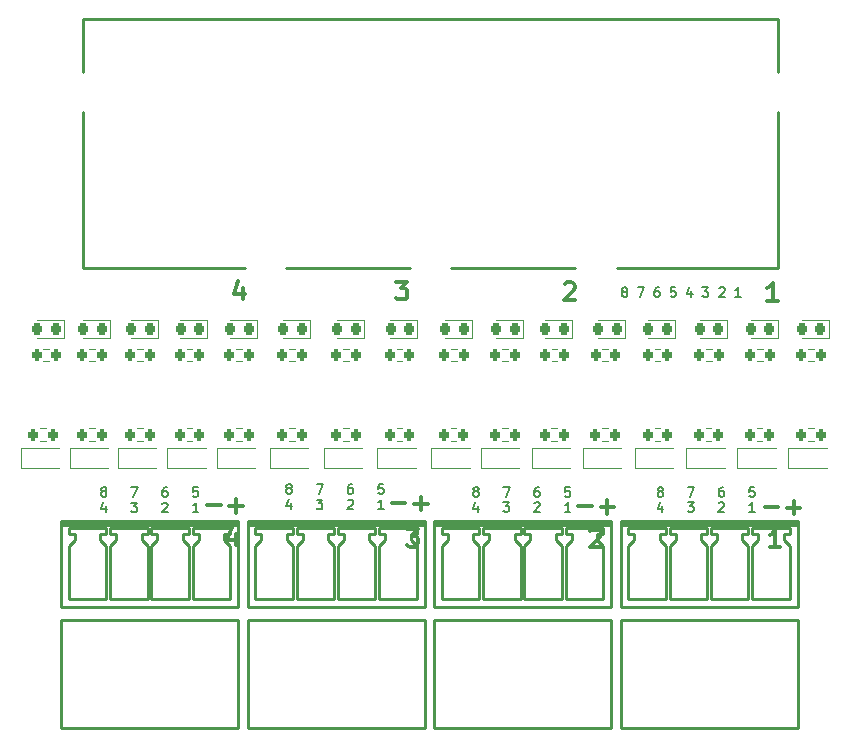
<source format=gbr>
%TF.GenerationSoftware,KiCad,Pcbnew,(6.0.9)*%
%TF.CreationDate,2024-02-02T01:57:23+05:30*%
%TF.ProjectId,RJ45-To-Terminal,524a3435-2d54-46f2-9d54-65726d696e61,2*%
%TF.SameCoordinates,Original*%
%TF.FileFunction,Legend,Top*%
%TF.FilePolarity,Positive*%
%FSLAX46Y46*%
G04 Gerber Fmt 4.6, Leading zero omitted, Abs format (unit mm)*
G04 Created by KiCad (PCBNEW (6.0.9)) date 2024-02-02 01:57:23*
%MOMM*%
%LPD*%
G01*
G04 APERTURE LIST*
G04 Aperture macros list*
%AMRoundRect*
0 Rectangle with rounded corners*
0 $1 Rounding radius*
0 $2 $3 $4 $5 $6 $7 $8 $9 X,Y pos of 4 corners*
0 Add a 4 corners polygon primitive as box body*
4,1,4,$2,$3,$4,$5,$6,$7,$8,$9,$2,$3,0*
0 Add four circle primitives for the rounded corners*
1,1,$1+$1,$2,$3*
1,1,$1+$1,$4,$5*
1,1,$1+$1,$6,$7*
1,1,$1+$1,$8,$9*
0 Add four rect primitives between the rounded corners*
20,1,$1+$1,$2,$3,$4,$5,0*
20,1,$1+$1,$4,$5,$6,$7,0*
20,1,$1+$1,$6,$7,$8,$9,0*
20,1,$1+$1,$8,$9,$2,$3,0*%
G04 Aperture macros list end*
%ADD10C,0.300000*%
%ADD11C,0.200000*%
%ADD12C,0.254000*%
%ADD13C,0.120000*%
%ADD14C,2.200000*%
%ADD15C,2.000000*%
%ADD16RoundRect,0.218750X0.218750X0.256250X-0.218750X0.256250X-0.218750X-0.256250X0.218750X-0.256250X0*%
%ADD17RoundRect,0.200000X-0.200000X-0.275000X0.200000X-0.275000X0.200000X0.275000X-0.200000X0.275000X0*%
%ADD18R,2.000000X1.100000*%
%ADD19R,0.800000X0.800000*%
%ADD20C,3.250000*%
%ADD21C,1.500000*%
%ADD22C,2.600000*%
G04 APERTURE END LIST*
D10*
X110838571Y-83457142D02*
X111981428Y-83457142D01*
X112728571Y-83517142D02*
X113871428Y-83517142D01*
X113300000Y-84088571D02*
X113300000Y-82945714D01*
X126478571Y-83247142D02*
X127621428Y-83247142D01*
X128368571Y-83307142D02*
X129511428Y-83307142D01*
X128940000Y-83878571D02*
X128940000Y-82735714D01*
X142258571Y-83517142D02*
X143401428Y-83517142D01*
X144148571Y-83577142D02*
X145291428Y-83577142D01*
X144720000Y-84148571D02*
X144720000Y-83005714D01*
X127785200Y-85452171D02*
X128713771Y-85452171D01*
X128213771Y-86023600D01*
X128428057Y-86023600D01*
X128570914Y-86095028D01*
X128642342Y-86166457D01*
X128713771Y-86309314D01*
X128713771Y-86666457D01*
X128642342Y-86809314D01*
X128570914Y-86880742D01*
X128428057Y-86952171D01*
X127999485Y-86952171D01*
X127856628Y-86880742D01*
X127785200Y-86809314D01*
X113838914Y-65022571D02*
X113838914Y-66022571D01*
X113481771Y-64451142D02*
X113124628Y-65522571D01*
X114053200Y-65522571D01*
D11*
X146116609Y-65350361D02*
X146040419Y-65312266D01*
X146002323Y-65274171D01*
X145964228Y-65197980D01*
X145964228Y-65159885D01*
X146002323Y-65083695D01*
X146040419Y-65045600D01*
X146116609Y-65007504D01*
X146268990Y-65007504D01*
X146345180Y-65045600D01*
X146383276Y-65083695D01*
X146421371Y-65159885D01*
X146421371Y-65197980D01*
X146383276Y-65274171D01*
X146345180Y-65312266D01*
X146268990Y-65350361D01*
X146116609Y-65350361D01*
X146040419Y-65388457D01*
X146002323Y-65426552D01*
X145964228Y-65502742D01*
X145964228Y-65655123D01*
X146002323Y-65731314D01*
X146040419Y-65769409D01*
X146116609Y-65807504D01*
X146268990Y-65807504D01*
X146345180Y-65769409D01*
X146383276Y-65731314D01*
X146421371Y-65655123D01*
X146421371Y-65502742D01*
X146383276Y-65426552D01*
X146345180Y-65388457D01*
X146268990Y-65350361D01*
X147297561Y-65007504D02*
X147830895Y-65007504D01*
X147488038Y-65807504D01*
X149088038Y-65007504D02*
X148935657Y-65007504D01*
X148859466Y-65045600D01*
X148821371Y-65083695D01*
X148745180Y-65197980D01*
X148707085Y-65350361D01*
X148707085Y-65655123D01*
X148745180Y-65731314D01*
X148783276Y-65769409D01*
X148859466Y-65807504D01*
X149011847Y-65807504D01*
X149088038Y-65769409D01*
X149126133Y-65731314D01*
X149164228Y-65655123D01*
X149164228Y-65464647D01*
X149126133Y-65388457D01*
X149088038Y-65350361D01*
X149011847Y-65312266D01*
X148859466Y-65312266D01*
X148783276Y-65350361D01*
X148745180Y-65388457D01*
X148707085Y-65464647D01*
X150497561Y-65007504D02*
X150116609Y-65007504D01*
X150078514Y-65388457D01*
X150116609Y-65350361D01*
X150192800Y-65312266D01*
X150383276Y-65312266D01*
X150459466Y-65350361D01*
X150497561Y-65388457D01*
X150535657Y-65464647D01*
X150535657Y-65655123D01*
X150497561Y-65731314D01*
X150459466Y-65769409D01*
X150383276Y-65807504D01*
X150192800Y-65807504D01*
X150116609Y-65769409D01*
X150078514Y-65731314D01*
X151830895Y-65274171D02*
X151830895Y-65807504D01*
X151640419Y-64969409D02*
X151449942Y-65540838D01*
X151945180Y-65540838D01*
X152783276Y-65007504D02*
X153278514Y-65007504D01*
X153011847Y-65312266D01*
X153126133Y-65312266D01*
X153202323Y-65350361D01*
X153240419Y-65388457D01*
X153278514Y-65464647D01*
X153278514Y-65655123D01*
X153240419Y-65731314D01*
X153202323Y-65769409D01*
X153126133Y-65807504D01*
X152897561Y-65807504D01*
X152821371Y-65769409D01*
X152783276Y-65731314D01*
X154192800Y-65083695D02*
X154230895Y-65045600D01*
X154307085Y-65007504D01*
X154497561Y-65007504D01*
X154573752Y-65045600D01*
X154611847Y-65083695D01*
X154649942Y-65159885D01*
X154649942Y-65236076D01*
X154611847Y-65350361D01*
X154154704Y-65807504D01*
X154649942Y-65807504D01*
X156021371Y-65807504D02*
X155564228Y-65807504D01*
X155792800Y-65807504D02*
X155792800Y-65007504D01*
X155716609Y-65121790D01*
X155640419Y-65197980D01*
X155564228Y-65236076D01*
D10*
X141115428Y-64716228D02*
X141186857Y-64644800D01*
X141329714Y-64573371D01*
X141686857Y-64573371D01*
X141829714Y-64644800D01*
X141901142Y-64716228D01*
X141972571Y-64859085D01*
X141972571Y-65001942D01*
X141901142Y-65216228D01*
X141044000Y-66073371D01*
X141972571Y-66073371D01*
D11*
X117708095Y-82020761D02*
X117631904Y-81982666D01*
X117593809Y-81944571D01*
X117555714Y-81868380D01*
X117555714Y-81830285D01*
X117593809Y-81754095D01*
X117631904Y-81716000D01*
X117708095Y-81677904D01*
X117860476Y-81677904D01*
X117936666Y-81716000D01*
X117974761Y-81754095D01*
X118012857Y-81830285D01*
X118012857Y-81868380D01*
X117974761Y-81944571D01*
X117936666Y-81982666D01*
X117860476Y-82020761D01*
X117708095Y-82020761D01*
X117631904Y-82058857D01*
X117593809Y-82096952D01*
X117555714Y-82173142D01*
X117555714Y-82325523D01*
X117593809Y-82401714D01*
X117631904Y-82439809D01*
X117708095Y-82477904D01*
X117860476Y-82477904D01*
X117936666Y-82439809D01*
X117974761Y-82401714D01*
X118012857Y-82325523D01*
X118012857Y-82173142D01*
X117974761Y-82096952D01*
X117936666Y-82058857D01*
X117860476Y-82020761D01*
X120108095Y-81677904D02*
X120641428Y-81677904D01*
X120298571Y-82477904D01*
X123117619Y-81677904D02*
X122965238Y-81677904D01*
X122889047Y-81716000D01*
X122850952Y-81754095D01*
X122774761Y-81868380D01*
X122736666Y-82020761D01*
X122736666Y-82325523D01*
X122774761Y-82401714D01*
X122812857Y-82439809D01*
X122889047Y-82477904D01*
X123041428Y-82477904D01*
X123117619Y-82439809D01*
X123155714Y-82401714D01*
X123193809Y-82325523D01*
X123193809Y-82135047D01*
X123155714Y-82058857D01*
X123117619Y-82020761D01*
X123041428Y-81982666D01*
X122889047Y-81982666D01*
X122812857Y-82020761D01*
X122774761Y-82058857D01*
X122736666Y-82135047D01*
X125746190Y-81677904D02*
X125365238Y-81677904D01*
X125327142Y-82058857D01*
X125365238Y-82020761D01*
X125441428Y-81982666D01*
X125631904Y-81982666D01*
X125708095Y-82020761D01*
X125746190Y-82058857D01*
X125784285Y-82135047D01*
X125784285Y-82325523D01*
X125746190Y-82401714D01*
X125708095Y-82439809D01*
X125631904Y-82477904D01*
X125441428Y-82477904D01*
X125365238Y-82439809D01*
X125327142Y-82401714D01*
X117936666Y-83232571D02*
X117936666Y-83765904D01*
X117746190Y-82927809D02*
X117555714Y-83499238D01*
X118050952Y-83499238D01*
X120108095Y-82965904D02*
X120603333Y-82965904D01*
X120336666Y-83270666D01*
X120450952Y-83270666D01*
X120527142Y-83308761D01*
X120565238Y-83346857D01*
X120603333Y-83423047D01*
X120603333Y-83613523D01*
X120565238Y-83689714D01*
X120527142Y-83727809D01*
X120450952Y-83765904D01*
X120222380Y-83765904D01*
X120146190Y-83727809D01*
X120108095Y-83689714D01*
X122736666Y-83042095D02*
X122774761Y-83004000D01*
X122850952Y-82965904D01*
X123041428Y-82965904D01*
X123117619Y-83004000D01*
X123155714Y-83042095D01*
X123193809Y-83118285D01*
X123193809Y-83194476D01*
X123155714Y-83308761D01*
X122698571Y-83765904D01*
X123193809Y-83765904D01*
X125784285Y-83765904D02*
X125327142Y-83765904D01*
X125555714Y-83765904D02*
X125555714Y-82965904D01*
X125479523Y-83080190D01*
X125403333Y-83156380D01*
X125327142Y-83194476D01*
X149139095Y-82257761D02*
X149062904Y-82219666D01*
X149024809Y-82181571D01*
X148986714Y-82105380D01*
X148986714Y-82067285D01*
X149024809Y-81991095D01*
X149062904Y-81953000D01*
X149139095Y-81914904D01*
X149291476Y-81914904D01*
X149367666Y-81953000D01*
X149405761Y-81991095D01*
X149443857Y-82067285D01*
X149443857Y-82105380D01*
X149405761Y-82181571D01*
X149367666Y-82219666D01*
X149291476Y-82257761D01*
X149139095Y-82257761D01*
X149062904Y-82295857D01*
X149024809Y-82333952D01*
X148986714Y-82410142D01*
X148986714Y-82562523D01*
X149024809Y-82638714D01*
X149062904Y-82676809D01*
X149139095Y-82714904D01*
X149291476Y-82714904D01*
X149367666Y-82676809D01*
X149405761Y-82638714D01*
X149443857Y-82562523D01*
X149443857Y-82410142D01*
X149405761Y-82333952D01*
X149367666Y-82295857D01*
X149291476Y-82257761D01*
X151539095Y-81914904D02*
X152072428Y-81914904D01*
X151729571Y-82714904D01*
X154548619Y-81914904D02*
X154396238Y-81914904D01*
X154320047Y-81953000D01*
X154281952Y-81991095D01*
X154205761Y-82105380D01*
X154167666Y-82257761D01*
X154167666Y-82562523D01*
X154205761Y-82638714D01*
X154243857Y-82676809D01*
X154320047Y-82714904D01*
X154472428Y-82714904D01*
X154548619Y-82676809D01*
X154586714Y-82638714D01*
X154624809Y-82562523D01*
X154624809Y-82372047D01*
X154586714Y-82295857D01*
X154548619Y-82257761D01*
X154472428Y-82219666D01*
X154320047Y-82219666D01*
X154243857Y-82257761D01*
X154205761Y-82295857D01*
X154167666Y-82372047D01*
X157177190Y-81914904D02*
X156796238Y-81914904D01*
X156758142Y-82295857D01*
X156796238Y-82257761D01*
X156872428Y-82219666D01*
X157062904Y-82219666D01*
X157139095Y-82257761D01*
X157177190Y-82295857D01*
X157215285Y-82372047D01*
X157215285Y-82562523D01*
X157177190Y-82638714D01*
X157139095Y-82676809D01*
X157062904Y-82714904D01*
X156872428Y-82714904D01*
X156796238Y-82676809D01*
X156758142Y-82638714D01*
X149367666Y-83469571D02*
X149367666Y-84002904D01*
X149177190Y-83164809D02*
X148986714Y-83736238D01*
X149481952Y-83736238D01*
X151539095Y-83202904D02*
X152034333Y-83202904D01*
X151767666Y-83507666D01*
X151881952Y-83507666D01*
X151958142Y-83545761D01*
X151996238Y-83583857D01*
X152034333Y-83660047D01*
X152034333Y-83850523D01*
X151996238Y-83926714D01*
X151958142Y-83964809D01*
X151881952Y-84002904D01*
X151653380Y-84002904D01*
X151577190Y-83964809D01*
X151539095Y-83926714D01*
X154167666Y-83279095D02*
X154205761Y-83241000D01*
X154281952Y-83202904D01*
X154472428Y-83202904D01*
X154548619Y-83241000D01*
X154586714Y-83279095D01*
X154624809Y-83355285D01*
X154624809Y-83431476D01*
X154586714Y-83545761D01*
X154129571Y-84002904D01*
X154624809Y-84002904D01*
X157215285Y-84002904D02*
X156758142Y-84002904D01*
X156986714Y-84002904D02*
X156986714Y-83202904D01*
X156910523Y-83317190D01*
X156834333Y-83393380D01*
X156758142Y-83431476D01*
X102018095Y-82280761D02*
X101941904Y-82242666D01*
X101903809Y-82204571D01*
X101865714Y-82128380D01*
X101865714Y-82090285D01*
X101903809Y-82014095D01*
X101941904Y-81976000D01*
X102018095Y-81937904D01*
X102170476Y-81937904D01*
X102246666Y-81976000D01*
X102284761Y-82014095D01*
X102322857Y-82090285D01*
X102322857Y-82128380D01*
X102284761Y-82204571D01*
X102246666Y-82242666D01*
X102170476Y-82280761D01*
X102018095Y-82280761D01*
X101941904Y-82318857D01*
X101903809Y-82356952D01*
X101865714Y-82433142D01*
X101865714Y-82585523D01*
X101903809Y-82661714D01*
X101941904Y-82699809D01*
X102018095Y-82737904D01*
X102170476Y-82737904D01*
X102246666Y-82699809D01*
X102284761Y-82661714D01*
X102322857Y-82585523D01*
X102322857Y-82433142D01*
X102284761Y-82356952D01*
X102246666Y-82318857D01*
X102170476Y-82280761D01*
X104418095Y-81937904D02*
X104951428Y-81937904D01*
X104608571Y-82737904D01*
X107427619Y-81937904D02*
X107275238Y-81937904D01*
X107199047Y-81976000D01*
X107160952Y-82014095D01*
X107084761Y-82128380D01*
X107046666Y-82280761D01*
X107046666Y-82585523D01*
X107084761Y-82661714D01*
X107122857Y-82699809D01*
X107199047Y-82737904D01*
X107351428Y-82737904D01*
X107427619Y-82699809D01*
X107465714Y-82661714D01*
X107503809Y-82585523D01*
X107503809Y-82395047D01*
X107465714Y-82318857D01*
X107427619Y-82280761D01*
X107351428Y-82242666D01*
X107199047Y-82242666D01*
X107122857Y-82280761D01*
X107084761Y-82318857D01*
X107046666Y-82395047D01*
X110056190Y-81937904D02*
X109675238Y-81937904D01*
X109637142Y-82318857D01*
X109675238Y-82280761D01*
X109751428Y-82242666D01*
X109941904Y-82242666D01*
X110018095Y-82280761D01*
X110056190Y-82318857D01*
X110094285Y-82395047D01*
X110094285Y-82585523D01*
X110056190Y-82661714D01*
X110018095Y-82699809D01*
X109941904Y-82737904D01*
X109751428Y-82737904D01*
X109675238Y-82699809D01*
X109637142Y-82661714D01*
X102246666Y-83492571D02*
X102246666Y-84025904D01*
X102056190Y-83187809D02*
X101865714Y-83759238D01*
X102360952Y-83759238D01*
X104418095Y-83225904D02*
X104913333Y-83225904D01*
X104646666Y-83530666D01*
X104760952Y-83530666D01*
X104837142Y-83568761D01*
X104875238Y-83606857D01*
X104913333Y-83683047D01*
X104913333Y-83873523D01*
X104875238Y-83949714D01*
X104837142Y-83987809D01*
X104760952Y-84025904D01*
X104532380Y-84025904D01*
X104456190Y-83987809D01*
X104418095Y-83949714D01*
X107046666Y-83302095D02*
X107084761Y-83264000D01*
X107160952Y-83225904D01*
X107351428Y-83225904D01*
X107427619Y-83264000D01*
X107465714Y-83302095D01*
X107503809Y-83378285D01*
X107503809Y-83454476D01*
X107465714Y-83568761D01*
X107008571Y-84025904D01*
X107503809Y-84025904D01*
X110094285Y-84025904D02*
X109637142Y-84025904D01*
X109865714Y-84025904D02*
X109865714Y-83225904D01*
X109789523Y-83340190D01*
X109713333Y-83416380D01*
X109637142Y-83454476D01*
D10*
X159928571Y-83637142D02*
X161071428Y-83637142D01*
X160500000Y-84208571D02*
X160500000Y-83065714D01*
X159346171Y-87002971D02*
X158489028Y-87002971D01*
X158917600Y-87002971D02*
X158917600Y-85502971D01*
X158774742Y-85717257D01*
X158631885Y-85860114D01*
X158489028Y-85931542D01*
X158038571Y-83577142D02*
X159181428Y-83577142D01*
X159142971Y-66124171D02*
X158285828Y-66124171D01*
X158714400Y-66124171D02*
X158714400Y-64624171D01*
X158571542Y-64838457D01*
X158428685Y-64981314D01*
X158285828Y-65052742D01*
D11*
X133518095Y-82257761D02*
X133441904Y-82219666D01*
X133403809Y-82181571D01*
X133365714Y-82105380D01*
X133365714Y-82067285D01*
X133403809Y-81991095D01*
X133441904Y-81953000D01*
X133518095Y-81914904D01*
X133670476Y-81914904D01*
X133746666Y-81953000D01*
X133784761Y-81991095D01*
X133822857Y-82067285D01*
X133822857Y-82105380D01*
X133784761Y-82181571D01*
X133746666Y-82219666D01*
X133670476Y-82257761D01*
X133518095Y-82257761D01*
X133441904Y-82295857D01*
X133403809Y-82333952D01*
X133365714Y-82410142D01*
X133365714Y-82562523D01*
X133403809Y-82638714D01*
X133441904Y-82676809D01*
X133518095Y-82714904D01*
X133670476Y-82714904D01*
X133746666Y-82676809D01*
X133784761Y-82638714D01*
X133822857Y-82562523D01*
X133822857Y-82410142D01*
X133784761Y-82333952D01*
X133746666Y-82295857D01*
X133670476Y-82257761D01*
X135918095Y-81914904D02*
X136451428Y-81914904D01*
X136108571Y-82714904D01*
X138927619Y-81914904D02*
X138775238Y-81914904D01*
X138699047Y-81953000D01*
X138660952Y-81991095D01*
X138584761Y-82105380D01*
X138546666Y-82257761D01*
X138546666Y-82562523D01*
X138584761Y-82638714D01*
X138622857Y-82676809D01*
X138699047Y-82714904D01*
X138851428Y-82714904D01*
X138927619Y-82676809D01*
X138965714Y-82638714D01*
X139003809Y-82562523D01*
X139003809Y-82372047D01*
X138965714Y-82295857D01*
X138927619Y-82257761D01*
X138851428Y-82219666D01*
X138699047Y-82219666D01*
X138622857Y-82257761D01*
X138584761Y-82295857D01*
X138546666Y-82372047D01*
X141556190Y-81914904D02*
X141175238Y-81914904D01*
X141137142Y-82295857D01*
X141175238Y-82257761D01*
X141251428Y-82219666D01*
X141441904Y-82219666D01*
X141518095Y-82257761D01*
X141556190Y-82295857D01*
X141594285Y-82372047D01*
X141594285Y-82562523D01*
X141556190Y-82638714D01*
X141518095Y-82676809D01*
X141441904Y-82714904D01*
X141251428Y-82714904D01*
X141175238Y-82676809D01*
X141137142Y-82638714D01*
X133746666Y-83469571D02*
X133746666Y-84002904D01*
X133556190Y-83164809D02*
X133365714Y-83736238D01*
X133860952Y-83736238D01*
X135918095Y-83202904D02*
X136413333Y-83202904D01*
X136146666Y-83507666D01*
X136260952Y-83507666D01*
X136337142Y-83545761D01*
X136375238Y-83583857D01*
X136413333Y-83660047D01*
X136413333Y-83850523D01*
X136375238Y-83926714D01*
X136337142Y-83964809D01*
X136260952Y-84002904D01*
X136032380Y-84002904D01*
X135956190Y-83964809D01*
X135918095Y-83926714D01*
X138546666Y-83279095D02*
X138584761Y-83241000D01*
X138660952Y-83202904D01*
X138851428Y-83202904D01*
X138927619Y-83241000D01*
X138965714Y-83279095D01*
X139003809Y-83355285D01*
X139003809Y-83431476D01*
X138965714Y-83545761D01*
X138508571Y-84002904D01*
X139003809Y-84002904D01*
X141594285Y-84002904D02*
X141137142Y-84002904D01*
X141365714Y-84002904D02*
X141365714Y-83202904D01*
X141289523Y-83317190D01*
X141213333Y-83393380D01*
X141137142Y-83431476D01*
D10*
X126870800Y-64522571D02*
X127799371Y-64522571D01*
X127299371Y-65094000D01*
X127513657Y-65094000D01*
X127656514Y-65165428D01*
X127727942Y-65236857D01*
X127799371Y-65379714D01*
X127799371Y-65736857D01*
X127727942Y-65879714D01*
X127656514Y-65951142D01*
X127513657Y-66022571D01*
X127085085Y-66022571D01*
X126942228Y-65951142D01*
X126870800Y-65879714D01*
X113280114Y-85850571D02*
X113280114Y-86850571D01*
X112922971Y-85279142D02*
X112565828Y-86350571D01*
X113494400Y-86350571D01*
X143299828Y-85645828D02*
X143371257Y-85574400D01*
X143514114Y-85502971D01*
X143871257Y-85502971D01*
X144014114Y-85574400D01*
X144085542Y-85645828D01*
X144156971Y-85788685D01*
X144156971Y-85931542D01*
X144085542Y-86145828D01*
X143228400Y-87002971D01*
X144156971Y-87002971D01*
D12*
%TO.C,J18*%
X160172000Y-85410000D02*
X160172000Y-85918000D01*
X156672000Y-86934000D02*
X156672000Y-91379000D01*
X153172000Y-86934000D02*
X153172000Y-91379000D01*
X156997000Y-85410000D02*
X160172000Y-85410000D01*
X157505000Y-86426000D02*
X157505000Y-85918000D01*
X146497000Y-86934000D02*
X147005000Y-86426000D01*
X146497000Y-91379000D02*
X146497000Y-86934000D01*
X149164000Y-85918000D02*
X149164000Y-86426000D01*
X149672000Y-91379000D02*
X146497000Y-91379000D01*
X153497000Y-91379000D02*
X153497000Y-86934000D01*
X147005000Y-86426000D02*
X147005000Y-85918000D01*
X149997000Y-85410000D02*
X149997000Y-85410000D01*
X160855000Y-85075000D02*
X145855000Y-85075000D01*
X149997000Y-91379000D02*
X149997000Y-86934000D01*
X146497000Y-85918000D02*
X146497000Y-85664000D01*
X149672000Y-85918000D02*
X149164000Y-85918000D01*
X153172000Y-85918000D02*
X152664000Y-85918000D01*
X156997000Y-85664000D02*
X156997000Y-85410000D01*
X147005000Y-85918000D02*
X146497000Y-85918000D01*
X160172000Y-85918000D02*
X159664000Y-85918000D01*
X156997000Y-86934000D02*
X157505000Y-86426000D01*
X150505000Y-86426000D02*
X150505000Y-85918000D01*
X160855000Y-84775000D02*
X160855000Y-85075000D01*
X145855000Y-92093000D02*
X145855000Y-85093000D01*
X146497000Y-85664000D02*
X146497000Y-85410000D01*
X160172000Y-91379000D02*
X156997000Y-91379000D01*
X153497000Y-85918000D02*
X153497000Y-85664000D01*
X153172000Y-85410000D02*
X153172000Y-85918000D01*
X156672000Y-85918000D02*
X156164000Y-85918000D01*
X160855000Y-85093000D02*
X160855000Y-92093000D01*
X146497000Y-85410000D02*
X149672000Y-85410000D01*
X149672000Y-85410000D02*
X149672000Y-85918000D01*
X153497000Y-85410000D02*
X156672000Y-85410000D01*
X156164000Y-86426000D02*
X156672000Y-86934000D01*
X156672000Y-91379000D02*
X153497000Y-91379000D01*
X159664000Y-86426000D02*
X160172000Y-86934000D01*
X159664000Y-85918000D02*
X159664000Y-86426000D01*
X157505000Y-85918000D02*
X156997000Y-85918000D01*
X149997000Y-86934000D02*
X150505000Y-86426000D01*
X156997000Y-85918000D02*
X156997000Y-85664000D01*
X156672000Y-85410000D02*
X156672000Y-85918000D01*
X156164000Y-85918000D02*
X156164000Y-86426000D01*
X145855000Y-85075000D02*
X145855000Y-84775000D01*
X153497000Y-85410000D02*
X153497000Y-85410000D01*
X149164000Y-86426000D02*
X149672000Y-86934000D01*
X152664000Y-85918000D02*
X152664000Y-86426000D01*
X145855000Y-84775000D02*
X160855000Y-84775000D01*
X152664000Y-86426000D02*
X153172000Y-86934000D01*
X156997000Y-85410000D02*
X156997000Y-85410000D01*
X145855000Y-85093000D02*
X160855000Y-85093000D01*
X149997000Y-85918000D02*
X149997000Y-85664000D01*
X153497000Y-86934000D02*
X154005000Y-86426000D01*
X154005000Y-85918000D02*
X153497000Y-85918000D01*
X149997000Y-85410000D02*
X153172000Y-85410000D01*
X146497000Y-85410000D02*
X146497000Y-85410000D01*
X150505000Y-85918000D02*
X149997000Y-85918000D01*
X153172000Y-91379000D02*
X149997000Y-91379000D01*
X160855000Y-92093000D02*
X145855000Y-92093000D01*
X154005000Y-86426000D02*
X154005000Y-85918000D01*
X160172000Y-86934000D02*
X160172000Y-91379000D01*
X156997000Y-91379000D02*
X156997000Y-86934000D01*
X149997000Y-85664000D02*
X149997000Y-85410000D01*
X153497000Y-85664000D02*
X153497000Y-85410000D01*
X149672000Y-86934000D02*
X149672000Y-91379000D01*
%TO.C,J19*%
X145855000Y-93179000D02*
X145855000Y-102279000D01*
X145855000Y-102279000D02*
X160855000Y-102279000D01*
X145855000Y-93179000D02*
X160855000Y-93179000D01*
X160855000Y-93179000D02*
X160855000Y-102279000D01*
%TO.C,J17*%
X130064666Y-93179000D02*
X130064666Y-102279000D01*
X130064666Y-102279000D02*
X145064666Y-102279000D01*
X130064666Y-93179000D02*
X145064666Y-93179000D01*
X145064666Y-93179000D02*
X145064666Y-102279000D01*
%TO.C,J16*%
X144381666Y-85410000D02*
X144381666Y-85918000D01*
X140881666Y-86934000D02*
X140881666Y-91379000D01*
X137381666Y-86934000D02*
X137381666Y-91379000D01*
X141206666Y-85410000D02*
X144381666Y-85410000D01*
X141714666Y-86426000D02*
X141714666Y-85918000D01*
X130706666Y-86934000D02*
X131214666Y-86426000D01*
X130706666Y-91379000D02*
X130706666Y-86934000D01*
X133373666Y-85918000D02*
X133373666Y-86426000D01*
X133881666Y-91379000D02*
X130706666Y-91379000D01*
X137706666Y-91379000D02*
X137706666Y-86934000D01*
X131214666Y-86426000D02*
X131214666Y-85918000D01*
X134206666Y-85410000D02*
X134206666Y-85410000D01*
X145064666Y-85075000D02*
X130064666Y-85075000D01*
X134206666Y-91379000D02*
X134206666Y-86934000D01*
X130706666Y-85918000D02*
X130706666Y-85664000D01*
X133881666Y-85918000D02*
X133373666Y-85918000D01*
X137381666Y-85918000D02*
X136873666Y-85918000D01*
X141206666Y-85664000D02*
X141206666Y-85410000D01*
X131214666Y-85918000D02*
X130706666Y-85918000D01*
X144381666Y-85918000D02*
X143873666Y-85918000D01*
X141206666Y-86934000D02*
X141714666Y-86426000D01*
X134714666Y-86426000D02*
X134714666Y-85918000D01*
X145064666Y-84775000D02*
X145064666Y-85075000D01*
X130064666Y-92093000D02*
X130064666Y-85093000D01*
X130706666Y-85664000D02*
X130706666Y-85410000D01*
X144381666Y-91379000D02*
X141206666Y-91379000D01*
X137706666Y-85918000D02*
X137706666Y-85664000D01*
X137381666Y-85410000D02*
X137381666Y-85918000D01*
X140881666Y-85918000D02*
X140373666Y-85918000D01*
X145064666Y-85093000D02*
X145064666Y-92093000D01*
X130706666Y-85410000D02*
X133881666Y-85410000D01*
X133881666Y-85410000D02*
X133881666Y-85918000D01*
X137706666Y-85410000D02*
X140881666Y-85410000D01*
X140373666Y-86426000D02*
X140881666Y-86934000D01*
X140881666Y-91379000D02*
X137706666Y-91379000D01*
X143873666Y-86426000D02*
X144381666Y-86934000D01*
X143873666Y-85918000D02*
X143873666Y-86426000D01*
X141714666Y-85918000D02*
X141206666Y-85918000D01*
X134206666Y-86934000D02*
X134714666Y-86426000D01*
X141206666Y-85918000D02*
X141206666Y-85664000D01*
X140881666Y-85410000D02*
X140881666Y-85918000D01*
X140373666Y-85918000D02*
X140373666Y-86426000D01*
X130064666Y-85075000D02*
X130064666Y-84775000D01*
X137706666Y-85410000D02*
X137706666Y-85410000D01*
X133373666Y-86426000D02*
X133881666Y-86934000D01*
X136873666Y-85918000D02*
X136873666Y-86426000D01*
X130064666Y-84775000D02*
X145064666Y-84775000D01*
X136873666Y-86426000D02*
X137381666Y-86934000D01*
X141206666Y-85410000D02*
X141206666Y-85410000D01*
X130064666Y-85093000D02*
X145064666Y-85093000D01*
X134206666Y-85918000D02*
X134206666Y-85664000D01*
X137706666Y-86934000D02*
X138214666Y-86426000D01*
X138214666Y-85918000D02*
X137706666Y-85918000D01*
X134206666Y-85410000D02*
X137381666Y-85410000D01*
X130706666Y-85410000D02*
X130706666Y-85410000D01*
X134714666Y-85918000D02*
X134206666Y-85918000D01*
X137381666Y-91379000D02*
X134206666Y-91379000D01*
X145064666Y-92093000D02*
X130064666Y-92093000D01*
X138214666Y-86426000D02*
X138214666Y-85918000D01*
X144381666Y-86934000D02*
X144381666Y-91379000D01*
X141206666Y-91379000D02*
X141206666Y-86934000D01*
X134206666Y-85664000D02*
X134206666Y-85410000D01*
X137706666Y-85664000D02*
X137706666Y-85410000D01*
X133881666Y-86934000D02*
X133881666Y-91379000D01*
%TO.C,J14*%
X114274333Y-93179000D02*
X114274333Y-102279000D01*
X114274333Y-102279000D02*
X129274333Y-102279000D01*
X114274333Y-93179000D02*
X129274333Y-93179000D01*
X129274333Y-93179000D02*
X129274333Y-102279000D01*
%TO.C,J13*%
X118091333Y-86934000D02*
X118091333Y-91379000D01*
X121916333Y-85664000D02*
X121916333Y-85410000D01*
X118416333Y-85664000D02*
X118416333Y-85410000D01*
X125416333Y-91379000D02*
X125416333Y-86934000D01*
X128591333Y-86934000D02*
X128591333Y-91379000D01*
X122424333Y-86426000D02*
X122424333Y-85918000D01*
X129274333Y-92093000D02*
X114274333Y-92093000D01*
X121591333Y-91379000D02*
X118416333Y-91379000D01*
X118924333Y-85918000D02*
X118416333Y-85918000D01*
X114916333Y-85410000D02*
X114916333Y-85410000D01*
X118416333Y-85410000D02*
X121591333Y-85410000D01*
X122424333Y-85918000D02*
X121916333Y-85918000D01*
X121916333Y-86934000D02*
X122424333Y-86426000D01*
X118416333Y-85918000D02*
X118416333Y-85664000D01*
X114274333Y-85093000D02*
X129274333Y-85093000D01*
X125416333Y-85410000D02*
X125416333Y-85410000D01*
X121083333Y-86426000D02*
X121591333Y-86934000D01*
X114274333Y-84775000D02*
X129274333Y-84775000D01*
X121083333Y-85918000D02*
X121083333Y-86426000D01*
X117583333Y-86426000D02*
X118091333Y-86934000D01*
X121916333Y-85410000D02*
X121916333Y-85410000D01*
X114274333Y-85075000D02*
X114274333Y-84775000D01*
X124583333Y-85918000D02*
X124583333Y-86426000D01*
X125091333Y-85410000D02*
X125091333Y-85918000D01*
X125416333Y-85918000D02*
X125416333Y-85664000D01*
X118416333Y-86934000D02*
X118924333Y-86426000D01*
X125924333Y-85918000D02*
X125416333Y-85918000D01*
X128083333Y-85918000D02*
X128083333Y-86426000D01*
X128083333Y-86426000D02*
X128591333Y-86934000D01*
X125091333Y-91379000D02*
X121916333Y-91379000D01*
X124583333Y-86426000D02*
X125091333Y-86934000D01*
X121916333Y-85410000D02*
X125091333Y-85410000D01*
X118091333Y-85410000D02*
X118091333Y-85918000D01*
X114916333Y-85410000D02*
X118091333Y-85410000D01*
X129274333Y-85093000D02*
X129274333Y-92093000D01*
X125091333Y-85918000D02*
X124583333Y-85918000D01*
X121591333Y-85410000D02*
X121591333Y-85918000D01*
X121916333Y-85918000D02*
X121916333Y-85664000D01*
X128591333Y-91379000D02*
X125416333Y-91379000D01*
X114916333Y-85664000D02*
X114916333Y-85410000D01*
X114274333Y-92093000D02*
X114274333Y-85093000D01*
X129274333Y-84775000D02*
X129274333Y-85075000D01*
X118924333Y-86426000D02*
X118924333Y-85918000D01*
X125416333Y-86934000D02*
X125924333Y-86426000D01*
X128591333Y-85918000D02*
X128083333Y-85918000D01*
X115424333Y-85918000D02*
X114916333Y-85918000D01*
X125416333Y-85664000D02*
X125416333Y-85410000D01*
X121591333Y-85918000D02*
X121083333Y-85918000D01*
X118091333Y-85918000D02*
X117583333Y-85918000D01*
X114916333Y-85918000D02*
X114916333Y-85664000D01*
X118416333Y-91379000D02*
X118416333Y-86934000D01*
X129274333Y-85075000D02*
X114274333Y-85075000D01*
X118416333Y-85410000D02*
X118416333Y-85410000D01*
X115424333Y-86426000D02*
X115424333Y-85918000D01*
X121916333Y-91379000D02*
X121916333Y-86934000D01*
X118091333Y-91379000D02*
X114916333Y-91379000D01*
X117583333Y-85918000D02*
X117583333Y-86426000D01*
X114916333Y-91379000D02*
X114916333Y-86934000D01*
X114916333Y-86934000D02*
X115424333Y-86426000D01*
X125924333Y-86426000D02*
X125924333Y-85918000D01*
X125416333Y-85410000D02*
X128591333Y-85410000D01*
X121591333Y-86934000D02*
X121591333Y-91379000D01*
X125091333Y-86934000D02*
X125091333Y-91379000D01*
X128591333Y-85410000D02*
X128591333Y-85918000D01*
%TO.C,J12*%
X113484000Y-93179000D02*
X113484000Y-102279000D01*
X98484000Y-93179000D02*
X113484000Y-93179000D01*
X98484000Y-102279000D02*
X113484000Y-102279000D01*
X98484000Y-93179000D02*
X98484000Y-102279000D01*
%TO.C,J11*%
X102301000Y-86934000D02*
X102301000Y-91379000D01*
X106126000Y-85664000D02*
X106126000Y-85410000D01*
X102626000Y-85664000D02*
X102626000Y-85410000D01*
X109626000Y-91379000D02*
X109626000Y-86934000D01*
X112801000Y-86934000D02*
X112801000Y-91379000D01*
X106634000Y-86426000D02*
X106634000Y-85918000D01*
X113484000Y-92093000D02*
X98484000Y-92093000D01*
X105801000Y-91379000D02*
X102626000Y-91379000D01*
X103134000Y-85918000D02*
X102626000Y-85918000D01*
X99126000Y-85410000D02*
X99126000Y-85410000D01*
X102626000Y-85410000D02*
X105801000Y-85410000D01*
X106634000Y-85918000D02*
X106126000Y-85918000D01*
X106126000Y-86934000D02*
X106634000Y-86426000D01*
X102626000Y-85918000D02*
X102626000Y-85664000D01*
X98484000Y-85093000D02*
X113484000Y-85093000D01*
X109626000Y-85410000D02*
X109626000Y-85410000D01*
X105293000Y-86426000D02*
X105801000Y-86934000D01*
X98484000Y-84775000D02*
X113484000Y-84775000D01*
X105293000Y-85918000D02*
X105293000Y-86426000D01*
X101793000Y-86426000D02*
X102301000Y-86934000D01*
X106126000Y-85410000D02*
X106126000Y-85410000D01*
X98484000Y-85075000D02*
X98484000Y-84775000D01*
X108793000Y-85918000D02*
X108793000Y-86426000D01*
X109301000Y-85410000D02*
X109301000Y-85918000D01*
X109626000Y-85918000D02*
X109626000Y-85664000D01*
X102626000Y-86934000D02*
X103134000Y-86426000D01*
X110134000Y-85918000D02*
X109626000Y-85918000D01*
X112293000Y-85918000D02*
X112293000Y-86426000D01*
X112293000Y-86426000D02*
X112801000Y-86934000D01*
X109301000Y-91379000D02*
X106126000Y-91379000D01*
X108793000Y-86426000D02*
X109301000Y-86934000D01*
X106126000Y-85410000D02*
X109301000Y-85410000D01*
X102301000Y-85410000D02*
X102301000Y-85918000D01*
X99126000Y-85410000D02*
X102301000Y-85410000D01*
X113484000Y-85093000D02*
X113484000Y-92093000D01*
X109301000Y-85918000D02*
X108793000Y-85918000D01*
X105801000Y-85410000D02*
X105801000Y-85918000D01*
X106126000Y-85918000D02*
X106126000Y-85664000D01*
X112801000Y-91379000D02*
X109626000Y-91379000D01*
X99126000Y-85664000D02*
X99126000Y-85410000D01*
X98484000Y-92093000D02*
X98484000Y-85093000D01*
X113484000Y-84775000D02*
X113484000Y-85075000D01*
X103134000Y-86426000D02*
X103134000Y-85918000D01*
X109626000Y-86934000D02*
X110134000Y-86426000D01*
X112801000Y-85918000D02*
X112293000Y-85918000D01*
X99634000Y-85918000D02*
X99126000Y-85918000D01*
X109626000Y-85664000D02*
X109626000Y-85410000D01*
X105801000Y-85918000D02*
X105293000Y-85918000D01*
X102301000Y-85918000D02*
X101793000Y-85918000D01*
X99126000Y-85918000D02*
X99126000Y-85664000D01*
X102626000Y-91379000D02*
X102626000Y-86934000D01*
X113484000Y-85075000D02*
X98484000Y-85075000D01*
X102626000Y-85410000D02*
X102626000Y-85410000D01*
X99634000Y-86426000D02*
X99634000Y-85918000D01*
X106126000Y-91379000D02*
X106126000Y-86934000D01*
X102301000Y-91379000D02*
X99126000Y-91379000D01*
X101793000Y-85918000D02*
X101793000Y-86426000D01*
X99126000Y-91379000D02*
X99126000Y-86934000D01*
X99126000Y-86934000D02*
X99634000Y-86426000D01*
X110134000Y-86426000D02*
X110134000Y-85918000D01*
X109626000Y-85410000D02*
X112801000Y-85410000D01*
X105801000Y-86934000D02*
X105801000Y-91379000D01*
X109301000Y-86934000D02*
X109301000Y-91379000D01*
X112801000Y-85410000D02*
X112801000Y-85918000D01*
D13*
%TO.C,LED56*%
X117249000Y-69254000D02*
X119534000Y-69254000D01*
X119534000Y-69254000D02*
X119534000Y-67784000D01*
X119534000Y-67784000D02*
X117249000Y-67784000D01*
%TO.C,TH59*%
X131480742Y-77990900D02*
X131955258Y-77990900D01*
X131480742Y-76945900D02*
X131955258Y-76945900D01*
%TO.C,D57*%
X120722150Y-78631000D02*
X123962150Y-78631000D01*
X120722150Y-78631000D02*
X120722150Y-80251000D01*
X120722150Y-80251000D02*
X123962150Y-80251000D01*
%TO.C,D61*%
X138347000Y-78631000D02*
X141587000Y-78631000D01*
X138347000Y-78631000D02*
X138347000Y-80251000D01*
X138347000Y-80251000D02*
X141587000Y-80251000D01*
%TO.C,LED66*%
X161179800Y-69254000D02*
X163464800Y-69254000D01*
X163464800Y-69254000D02*
X163464800Y-67784000D01*
X163464800Y-67784000D02*
X161179800Y-67784000D01*
%TO.C,D63*%
X147079300Y-80251000D02*
X150319300Y-80251000D01*
X147079300Y-78631000D02*
X150319300Y-78631000D01*
X147079300Y-78631000D02*
X147079300Y-80251000D01*
%TO.C,LED60*%
X135294300Y-69254000D02*
X137579300Y-69254000D01*
X137579300Y-69254000D02*
X137579300Y-67784000D01*
X137579300Y-67784000D02*
X135294300Y-67784000D01*
%TO.C,R58*%
X126901242Y-70199200D02*
X127375758Y-70199200D01*
X126901242Y-71244200D02*
X127375758Y-71244200D01*
%TO.C,TH54*%
X109121242Y-77990900D02*
X109595758Y-77990900D01*
X109121242Y-76945900D02*
X109595758Y-76945900D01*
%TO.C,LED55*%
X115054500Y-67784000D02*
X112769500Y-67784000D01*
X115054500Y-69254000D02*
X115054500Y-67784000D01*
X112769500Y-69254000D02*
X115054500Y-69254000D01*
%TO.C,TH61*%
X139997242Y-76945900D02*
X140471758Y-76945900D01*
X139997242Y-77990900D02*
X140471758Y-77990900D01*
%TO.C,LED58*%
X128643500Y-67784000D02*
X126358500Y-67784000D01*
X128643500Y-69254000D02*
X128643500Y-67784000D01*
X126358500Y-69254000D02*
X128643500Y-69254000D01*
%TO.C,R61*%
X140004742Y-70199200D02*
X140479258Y-70199200D01*
X140004742Y-71244200D02*
X140479258Y-71244200D01*
%TO.C,LED63*%
X150479300Y-67784000D02*
X148194300Y-67784000D01*
X148194300Y-69254000D02*
X150479300Y-69254000D01*
X150479300Y-69254000D02*
X150479300Y-67784000D01*
%TO.C,LED65*%
X156853500Y-69254000D02*
X159138500Y-69254000D01*
X159138500Y-67784000D02*
X156853500Y-67784000D01*
X159138500Y-69254000D02*
X159138500Y-67784000D01*
%TO.C,D64*%
X151420500Y-78631000D02*
X151420500Y-80251000D01*
X151420500Y-80251000D02*
X154660500Y-80251000D01*
X151420500Y-78631000D02*
X154660500Y-78631000D01*
%TO.C,R60*%
X135837042Y-70199200D02*
X136311558Y-70199200D01*
X135837042Y-71244200D02*
X136311558Y-71244200D01*
%TO.C,LED57*%
X121821000Y-69254000D02*
X124106000Y-69254000D01*
X124106000Y-67784000D02*
X121821000Y-67784000D01*
X124106000Y-69254000D02*
X124106000Y-67784000D01*
%TO.C,D53*%
X103280000Y-80251000D02*
X106520000Y-80251000D01*
X103280000Y-78631000D02*
X103280000Y-80251000D01*
X103280000Y-78631000D02*
X106520000Y-78631000D01*
%TO.C,TH60*%
X135829542Y-77990900D02*
X136304058Y-77990900D01*
X135829542Y-76945900D02*
X136304058Y-76945900D01*
%TO.C,R53*%
X104930242Y-71244200D02*
X105404758Y-71244200D01*
X104930242Y-70199200D02*
X105404758Y-70199200D01*
%TO.C,TH56*%
X117798242Y-76945900D02*
X118272758Y-76945900D01*
X117798242Y-77990900D02*
X118272758Y-77990900D01*
%TO.C,LED53*%
X106707000Y-69254000D02*
X106707000Y-67784000D01*
X104422000Y-69254000D02*
X106707000Y-69254000D01*
X106707000Y-67784000D02*
X104422000Y-67784000D01*
%TO.C,R51*%
X96989142Y-71244200D02*
X97463658Y-71244200D01*
X96989142Y-70199200D02*
X97463658Y-70199200D01*
%TO.C,TH53*%
X104930242Y-77990900D02*
X105404758Y-77990900D01*
X104930242Y-76945900D02*
X105404758Y-76945900D01*
%TO.C,LED61*%
X141747000Y-69254000D02*
X141747000Y-67784000D01*
X141747000Y-67784000D02*
X139462000Y-67784000D01*
X139462000Y-69254000D02*
X141747000Y-69254000D01*
%TO.C,LED64*%
X154820500Y-69254000D02*
X154820500Y-67784000D01*
X152535500Y-69254000D02*
X154820500Y-69254000D01*
X154820500Y-67784000D02*
X152535500Y-67784000D01*
%TO.C,R54*%
X109121242Y-71244200D02*
X109595758Y-71244200D01*
X109121242Y-70199200D02*
X109595758Y-70199200D01*
%TO.C,TH57*%
X122372392Y-76945900D02*
X122846908Y-76945900D01*
X122372392Y-77990900D02*
X122846908Y-77990900D01*
%TO.C,D55*%
X111662000Y-78631000D02*
X111662000Y-80251000D01*
X111662000Y-78631000D02*
X114902000Y-78631000D01*
X111662000Y-80251000D02*
X114902000Y-80251000D01*
%TO.C,LED52*%
X100323500Y-69254000D02*
X102608500Y-69254000D01*
X102608500Y-67784000D02*
X100323500Y-67784000D01*
X102608500Y-69254000D02*
X102608500Y-67784000D01*
%TO.C,R65*%
X157396242Y-71244200D02*
X157870758Y-71244200D01*
X157396242Y-70199200D02*
X157870758Y-70199200D01*
%TO.C,TH66*%
X161715042Y-77990900D02*
X162189558Y-77990900D01*
X161715042Y-76945900D02*
X162189558Y-76945900D01*
%TO.C,TH55*%
X113312242Y-77990900D02*
X113786758Y-77990900D01*
X113312242Y-76945900D02*
X113786758Y-76945900D01*
%TO.C,TH58*%
X126901242Y-76945900D02*
X127375758Y-76945900D01*
X126901242Y-77990900D02*
X127375758Y-77990900D01*
%TO.C,R56*%
X117798242Y-71244200D02*
X118272758Y-71244200D01*
X117798242Y-70199200D02*
X118272758Y-70199200D01*
%TO.C,LED59*%
X130965000Y-69254000D02*
X133250000Y-69254000D01*
X133250000Y-67784000D02*
X130965000Y-67784000D01*
X133250000Y-69254000D02*
X133250000Y-67784000D01*
%TO.C,LED51*%
X98731400Y-67784000D02*
X96446400Y-67784000D01*
X98731400Y-69254000D02*
X98731400Y-67784000D01*
X96446400Y-69254000D02*
X98731400Y-69254000D01*
%TO.C,TH62*%
X144307742Y-77990900D02*
X144782258Y-77990900D01*
X144307742Y-76945900D02*
X144782258Y-76945900D01*
%TO.C,TH63*%
X148729542Y-77990900D02*
X149204058Y-77990900D01*
X148729542Y-76945900D02*
X149204058Y-76945900D01*
%TO.C,R64*%
X153078242Y-71244200D02*
X153552758Y-71244200D01*
X153078242Y-70199200D02*
X153552758Y-70199200D01*
%TO.C,D58*%
X125251000Y-78631000D02*
X128491000Y-78631000D01*
X125251000Y-80251000D02*
X128491000Y-80251000D01*
X125251000Y-78631000D02*
X125251000Y-80251000D01*
%TO.C,R62*%
X144315242Y-70199200D02*
X144789758Y-70199200D01*
X144315242Y-71244200D02*
X144789758Y-71244200D01*
%TO.C,D65*%
X155738500Y-80251000D02*
X158978500Y-80251000D01*
X155738500Y-78631000D02*
X158978500Y-78631000D01*
X155738500Y-78631000D02*
X155738500Y-80251000D01*
%TO.C,D60*%
X134030500Y-78631000D02*
X137270500Y-78631000D01*
X134030500Y-78631000D02*
X134030500Y-80251000D01*
X134030500Y-80251000D02*
X137270500Y-80251000D01*
%TO.C,D52*%
X99216000Y-78631000D02*
X102456000Y-78631000D01*
X99216000Y-80251000D02*
X102456000Y-80251000D01*
X99216000Y-78631000D02*
X99216000Y-80251000D01*
%TO.C,R66*%
X161722542Y-71244200D02*
X162197058Y-71244200D01*
X161722542Y-70199200D02*
X162197058Y-70199200D01*
%TO.C,D54*%
X107471000Y-78631000D02*
X110711000Y-78631000D01*
X107471000Y-80251000D02*
X110711000Y-80251000D01*
X107471000Y-78631000D02*
X107471000Y-80251000D01*
%TO.C,R57*%
X122372392Y-71244200D02*
X122846908Y-71244200D01*
X122372392Y-70199200D02*
X122846908Y-70199200D01*
%TO.C,R59*%
X131488242Y-71244200D02*
X131962758Y-71244200D01*
X131488242Y-70199200D02*
X131962758Y-70199200D01*
%TO.C,R55*%
X113312242Y-70199200D02*
X113786758Y-70199200D01*
X113312242Y-71244200D02*
X113786758Y-71244200D01*
%TO.C,TH51*%
X96729742Y-77990900D02*
X97204258Y-77990900D01*
X96729742Y-76945900D02*
X97204258Y-76945900D01*
%TO.C,R52*%
X100866242Y-70199200D02*
X101340758Y-70199200D01*
X100866242Y-71244200D02*
X101340758Y-71244200D01*
%TO.C,D59*%
X129830500Y-80251000D02*
X133070500Y-80251000D01*
X129830500Y-78631000D02*
X133070500Y-78631000D01*
X129830500Y-78631000D02*
X129830500Y-80251000D01*
%TO.C,D56*%
X116148000Y-78631000D02*
X119388000Y-78631000D01*
X116148000Y-80251000D02*
X119388000Y-80251000D01*
X116148000Y-78631000D02*
X116148000Y-80251000D01*
%TO.C,R63*%
X148737042Y-70199200D02*
X149211558Y-70199200D01*
X148737042Y-71244200D02*
X149211558Y-71244200D01*
%TO.C,LED62*%
X146204000Y-67784000D02*
X143919000Y-67784000D01*
X143919000Y-69254000D02*
X146204000Y-69254000D01*
X146204000Y-69254000D02*
X146204000Y-67784000D01*
D12*
%TO.C,RJ45-1*%
X159208400Y-63389400D02*
X145508400Y-63389400D01*
X159208400Y-42249400D02*
X159208400Y-46749400D01*
X114008400Y-63389400D02*
X100308400Y-63389400D01*
X127993400Y-63389400D02*
X117493400Y-63389400D01*
X142023400Y-63389400D02*
X131523400Y-63389400D01*
X100308400Y-42249400D02*
X100308400Y-46749400D01*
X159208400Y-50189400D02*
X159208400Y-63389400D01*
X100308400Y-50189400D02*
X100308400Y-63389400D01*
X159208400Y-42249400D02*
X100308400Y-42249400D01*
D13*
%TO.C,LED54*%
X110863500Y-69254000D02*
X110863500Y-67784000D01*
X110863500Y-67784000D02*
X108578500Y-67784000D01*
X108578500Y-69254000D02*
X110863500Y-69254000D01*
%TO.C,TH65*%
X157388742Y-76945900D02*
X157863258Y-76945900D01*
X157388742Y-77990900D02*
X157863258Y-77990900D01*
%TO.C,D51*%
X95079500Y-78631000D02*
X98319500Y-78631000D01*
X95079500Y-80251000D02*
X98319500Y-80251000D01*
X95079500Y-78631000D02*
X95079500Y-80251000D01*
%TO.C,TH52*%
X100866242Y-76945900D02*
X101340758Y-76945900D01*
X100866242Y-77990900D02*
X101340758Y-77990900D01*
%TO.C,TH64*%
X153070742Y-76945900D02*
X153545258Y-76945900D01*
X153070742Y-77990900D02*
X153545258Y-77990900D01*
%TO.C,D66*%
X160064800Y-80251000D02*
X163304800Y-80251000D01*
X160064800Y-78631000D02*
X163304800Y-78631000D01*
X160064800Y-78631000D02*
X160064800Y-80251000D01*
%TO.C,D62*%
X142657500Y-80251000D02*
X145897500Y-80251000D01*
X142657500Y-78631000D02*
X142657500Y-80251000D01*
X142657500Y-78631000D02*
X145897500Y-78631000D01*
%TD*%
%LPC*%
D14*
%TO.C,J18*%
X148105000Y-89093000D03*
X151605000Y-89093000D03*
X155105000Y-89093000D03*
X158605000Y-89093000D03*
%TD*%
D15*
%TO.C,J19*%
X148105000Y-94579000D03*
X151605000Y-94579000D03*
X155105000Y-94579000D03*
X158605000Y-94579000D03*
%TD*%
%TO.C,J17*%
X132314666Y-94579000D03*
X135814666Y-94579000D03*
X139314666Y-94579000D03*
X142814666Y-94579000D03*
%TD*%
D14*
%TO.C,J16*%
X132314666Y-89093000D03*
X135814666Y-89093000D03*
X139314666Y-89093000D03*
X142814666Y-89093000D03*
%TD*%
D15*
%TO.C,J14*%
X116524333Y-94579000D03*
X120024333Y-94579000D03*
X123524333Y-94579000D03*
X127024333Y-94579000D03*
%TD*%
D14*
%TO.C,J13*%
X127024333Y-89093000D03*
X123524333Y-89093000D03*
X120024333Y-89093000D03*
X116524333Y-89093000D03*
%TD*%
D15*
%TO.C,J12*%
X111234000Y-94579000D03*
X107734000Y-94579000D03*
X104234000Y-94579000D03*
X100734000Y-94579000D03*
%TD*%
D14*
%TO.C,J11*%
X111234000Y-89093000D03*
X107734000Y-89093000D03*
X104234000Y-89093000D03*
X100734000Y-89093000D03*
%TD*%
D16*
%TO.C,LED56*%
X118836500Y-68519000D03*
X117261500Y-68519000D03*
%TD*%
D17*
%TO.C,TH59*%
X130893000Y-77468400D03*
X132543000Y-77468400D03*
%TD*%
D18*
%TO.C,D57*%
X121982150Y-79441000D03*
D19*
X123882150Y-79441000D03*
%TD*%
D18*
%TO.C,D61*%
X139607000Y-79441000D03*
D19*
X141507000Y-79441000D03*
%TD*%
D16*
%TO.C,LED66*%
X162767300Y-68519000D03*
X161192300Y-68519000D03*
%TD*%
D18*
%TO.C,D63*%
X148339300Y-79441000D03*
D19*
X150239300Y-79441000D03*
%TD*%
D16*
%TO.C,LED60*%
X136881800Y-68519000D03*
X135306800Y-68519000D03*
%TD*%
D17*
%TO.C,R58*%
X126313500Y-70721700D03*
X127963500Y-70721700D03*
%TD*%
%TO.C,TH54*%
X108533500Y-77468400D03*
X110183500Y-77468400D03*
%TD*%
D16*
%TO.C,LED55*%
X114357000Y-68519000D03*
X112782000Y-68519000D03*
%TD*%
D17*
%TO.C,TH61*%
X139409500Y-77468400D03*
X141059500Y-77468400D03*
%TD*%
D16*
%TO.C,LED58*%
X127946000Y-68519000D03*
X126371000Y-68519000D03*
%TD*%
D17*
%TO.C,R61*%
X139417000Y-70721700D03*
X141067000Y-70721700D03*
%TD*%
D16*
%TO.C,LED63*%
X149781800Y-68519000D03*
X148206800Y-68519000D03*
%TD*%
%TO.C,LED65*%
X158441000Y-68519000D03*
X156866000Y-68519000D03*
%TD*%
D18*
%TO.C,D64*%
X152680500Y-79441000D03*
D19*
X154580500Y-79441000D03*
%TD*%
D17*
%TO.C,R60*%
X135249300Y-70721700D03*
X136899300Y-70721700D03*
%TD*%
D16*
%TO.C,LED57*%
X123408500Y-68519000D03*
X121833500Y-68519000D03*
%TD*%
D18*
%TO.C,D53*%
X104540000Y-79441000D03*
D19*
X106440000Y-79441000D03*
%TD*%
D17*
%TO.C,TH60*%
X135241800Y-77468400D03*
X136891800Y-77468400D03*
%TD*%
%TO.C,R53*%
X104342500Y-70721700D03*
X105992500Y-70721700D03*
%TD*%
%TO.C,TH56*%
X117210500Y-77468400D03*
X118860500Y-77468400D03*
%TD*%
D16*
%TO.C,LED53*%
X106009500Y-68519000D03*
X104434500Y-68519000D03*
%TD*%
D17*
%TO.C,R51*%
X96401400Y-70721700D03*
X98051400Y-70721700D03*
%TD*%
%TO.C,TH53*%
X104342500Y-77468400D03*
X105992500Y-77468400D03*
%TD*%
D16*
%TO.C,LED61*%
X141049500Y-68519000D03*
X139474500Y-68519000D03*
%TD*%
%TO.C,LED64*%
X154123000Y-68519000D03*
X152548000Y-68519000D03*
%TD*%
D17*
%TO.C,R54*%
X108533500Y-70721700D03*
X110183500Y-70721700D03*
%TD*%
%TO.C,TH57*%
X121784650Y-77468400D03*
X123434650Y-77468400D03*
%TD*%
D18*
%TO.C,D55*%
X112922000Y-79441000D03*
D19*
X114822000Y-79441000D03*
%TD*%
D16*
%TO.C,LED52*%
X101911000Y-68519000D03*
X100336000Y-68519000D03*
%TD*%
D17*
%TO.C,R65*%
X156808500Y-70721700D03*
X158458500Y-70721700D03*
%TD*%
%TO.C,TH66*%
X161127300Y-77468400D03*
X162777300Y-77468400D03*
%TD*%
%TO.C,TH55*%
X112724500Y-77468400D03*
X114374500Y-77468400D03*
%TD*%
%TO.C,TH58*%
X126313500Y-77468400D03*
X127963500Y-77468400D03*
%TD*%
%TO.C,R56*%
X117210500Y-70721700D03*
X118860500Y-70721700D03*
%TD*%
D16*
%TO.C,LED59*%
X132552500Y-68519000D03*
X130977500Y-68519000D03*
%TD*%
%TO.C,LED51*%
X98033900Y-68519000D03*
X96458900Y-68519000D03*
%TD*%
D17*
%TO.C,TH62*%
X143720000Y-77468400D03*
X145370000Y-77468400D03*
%TD*%
%TO.C,TH63*%
X148141800Y-77468400D03*
X149791800Y-77468400D03*
%TD*%
%TO.C,R64*%
X152490500Y-70721700D03*
X154140500Y-70721700D03*
%TD*%
D18*
%TO.C,D58*%
X126511000Y-79441000D03*
D19*
X128411000Y-79441000D03*
%TD*%
D17*
%TO.C,R62*%
X143727500Y-70721700D03*
X145377500Y-70721700D03*
%TD*%
D18*
%TO.C,D65*%
X156998500Y-79441000D03*
D19*
X158898500Y-79441000D03*
%TD*%
D18*
%TO.C,D60*%
X135290500Y-79441000D03*
D19*
X137190500Y-79441000D03*
%TD*%
D18*
%TO.C,D52*%
X100476000Y-79441000D03*
D19*
X102376000Y-79441000D03*
%TD*%
D17*
%TO.C,R66*%
X161134800Y-70721700D03*
X162784800Y-70721700D03*
%TD*%
D18*
%TO.C,D54*%
X108731000Y-79441000D03*
D19*
X110631000Y-79441000D03*
%TD*%
D17*
%TO.C,R57*%
X121784650Y-70721700D03*
X123434650Y-70721700D03*
%TD*%
%TO.C,R59*%
X130900500Y-70721700D03*
X132550500Y-70721700D03*
%TD*%
%TO.C,R55*%
X112724500Y-70721700D03*
X114374500Y-70721700D03*
%TD*%
%TO.C,TH51*%
X96142000Y-77468400D03*
X97792000Y-77468400D03*
%TD*%
%TO.C,R52*%
X100278500Y-70721700D03*
X101928500Y-70721700D03*
%TD*%
D18*
%TO.C,D59*%
X131090500Y-79441000D03*
D19*
X132990500Y-79441000D03*
%TD*%
D18*
%TO.C,D56*%
X117408000Y-79441000D03*
D19*
X119308000Y-79441000D03*
%TD*%
D17*
%TO.C,R63*%
X148149300Y-70721700D03*
X149799300Y-70721700D03*
%TD*%
D16*
%TO.C,LED62*%
X145506500Y-68519000D03*
X143931500Y-68519000D03*
%TD*%
D20*
%TO.C,RJ45-1*%
X156428400Y-53049400D03*
X103088400Y-53049400D03*
D21*
X155158400Y-59399400D03*
X153888400Y-61939400D03*
X152618400Y-59399400D03*
X151348400Y-61939400D03*
X150078400Y-59399400D03*
X148808400Y-61939400D03*
X147538400Y-59399400D03*
X146268400Y-61939400D03*
X141188400Y-59399400D03*
X139918400Y-61939400D03*
X138648400Y-59399400D03*
X137378400Y-61939400D03*
X136108400Y-59399400D03*
X134838400Y-61939400D03*
X133568400Y-59399400D03*
X132298400Y-61939400D03*
X127218400Y-59399400D03*
X125948400Y-61939400D03*
X124678400Y-59399400D03*
X123408400Y-61939400D03*
X122138400Y-59399400D03*
X120868400Y-61939400D03*
X119598400Y-59399400D03*
X118328400Y-61939400D03*
X113248400Y-59399400D03*
X111978400Y-61939400D03*
X110708400Y-59399400D03*
X109438400Y-61939400D03*
X108168400Y-59399400D03*
X106898400Y-61939400D03*
X105628400Y-59399400D03*
X104358400Y-61939400D03*
D22*
X115788400Y-63209400D03*
X100358400Y-48479400D03*
X159158400Y-48479400D03*
X129758400Y-63209400D03*
X143728400Y-63209400D03*
%TD*%
D16*
%TO.C,LED54*%
X110166000Y-68519000D03*
X108591000Y-68519000D03*
%TD*%
D17*
%TO.C,TH65*%
X156801000Y-77468400D03*
X158451000Y-77468400D03*
%TD*%
D18*
%TO.C,D51*%
X96339500Y-79441000D03*
D19*
X98239500Y-79441000D03*
%TD*%
D17*
%TO.C,TH52*%
X100278500Y-77468400D03*
X101928500Y-77468400D03*
%TD*%
%TO.C,TH64*%
X152483000Y-77468400D03*
X154133000Y-77468400D03*
%TD*%
D18*
%TO.C,D66*%
X161324800Y-79441000D03*
D19*
X163224800Y-79441000D03*
%TD*%
D18*
%TO.C,D62*%
X143917500Y-79441000D03*
D19*
X145817500Y-79441000D03*
%TD*%
M02*

</source>
